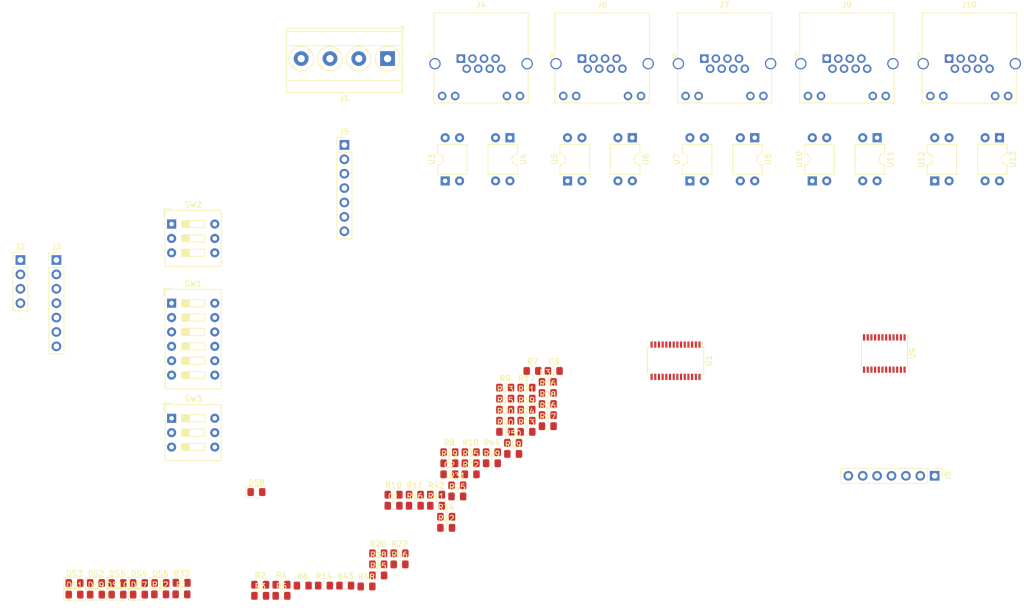
<source format=kicad_pcb>
(kicad_pcb (version 20171130) (host pcbnew "(5.0.0)")
  (layers (0 F.Cu signal) (31 B.Cu signal) (34 B.Paste user) (35 F.Paste user) (36 B.SilkS user) (37 F.SilkS user) (38 B.Mask user) (39 F.Mask user) (44 Edge.Cuts user))
  (net 0 "")
  (net 1 +5V)
  (net 2 GND)
  (net 3 "Net-(DS1-Pad2)")
  (net 4 /DC_0)
  (net 5 /RC_0)
  (net 6 "Net-(DS2-Pad2)")
  (net 7 "Net-(DS3-Pad2)")
  (net 8 /DC_1)
  (net 9 /RC_1)
  (net 10 "Net-(DS4-Pad2)")
  (net 11 "Net-(DS5-Pad2)")
  (net 12 /DC_2)
  (net 13 /RC_2)
  (net 14 "Net-(DS6-Pad2)")
  (net 15 "Net-(DS7-Pad2)")
  (net 16 /DC_3)
  (net 17 /RC_3)
  (net 18 "Net-(DS8-Pad2)")
  (net 19 /DC_4)
  (net 20 "Net-(DS9-Pad2)")
  (net 21 "Net-(DS10-Pad2)")
  (net 22 /RC_4)
  (net 23 /SCL)
  (net 24 /SDA)
  (net 25 "Net-(J3-Pad2)")
  (net 26 "Net-(J3-Pad3)")
  (net 27 "Net-(J3-Pad4)")
  (net 28 "Net-(J3-Pad5)")
  (net 29 "Net-(J3-Pad6)")
  (net 30 "Net-(J3-Pad7)")
  (net 31 "Net-(J4-Pad12)")
  (net 32 "Net-(J4-Pad10)")
  (net 33 /DC-GND_0)
  (net 34 /SCL0)
  (net 35 /RC-_0)
  (net 36 /SDA0)
  (net 37 /DC-OK_0)
  (net 38 /RC+_0)
  (net 39 "Net-(J5-Pad7)")
  (net 40 "Net-(J5-Pad6)")
  (net 41 "Net-(J5-Pad5)")
  (net 42 "Net-(J5-Pad4)")
  (net 43 "Net-(J5-Pad3)")
  (net 44 "Net-(J5-Pad2)")
  (net 45 /RC+_1)
  (net 46 /DC-OK_1)
  (net 47 /SDA1)
  (net 48 /RC-_1)
  (net 49 /SCL1)
  (net 50 /DC-GND_1)
  (net 51 "Net-(J6-Pad10)")
  (net 52 "Net-(J6-Pad12)")
  (net 53 "Net-(J7-Pad12)")
  (net 54 "Net-(J7-Pad10)")
  (net 55 /DC-GND_2)
  (net 56 /SCL2)
  (net 57 /RC-_2)
  (net 58 /SDA2)
  (net 59 /DC-OK_2)
  (net 60 /RC+_2)
  (net 61 "Net-(J8-Pad2)")
  (net 62 "Net-(J8-Pad3)")
  (net 63 "Net-(J8-Pad4)")
  (net 64 "Net-(J8-Pad5)")
  (net 65 "Net-(J8-Pad6)")
  (net 66 "Net-(J8-Pad7)")
  (net 67 /RC+_3)
  (net 68 /DC-OK_3)
  (net 69 /SDA3)
  (net 70 /RC-_3)
  (net 71 /SCL3)
  (net 72 /DC-GND_3)
  (net 73 "Net-(J9-Pad10)")
  (net 74 "Net-(J9-Pad12)")
  (net 75 /RC+_4)
  (net 76 /DC-OK_4)
  (net 77 /SDA4)
  (net 78 /RC-_4)
  (net 79 /SCL4)
  (net 80 /DC-GND_4)
  (net 81 "Net-(J10-Pad10)")
  (net 82 "Net-(J10-Pad12)")
  (net 83 "Net-(R3-Pad1)")
  (net 84 "Net-(R4-Pad1)")
  (net 85 "Net-(R5-Pad1)")
  (net 86 "Net-(R6-Pad1)")
  (net 87 "Net-(R7-Pad1)")
  (net 88 "Net-(R8-Pad1)")
  (net 89 "Net-(R9-Pad1)")
  (net 90 "Net-(R10-Pad1)")
  (net 91 "Net-(R11-Pad1)")
  (net 92 "Net-(R12-Pad1)")
  (net 93 /DATA_0)
  (net 94 "Net-(R14-Pad2)")
  (net 95 /LINK_0)
  (net 96 "Net-(R17-Pad1)")
  (net 97 /DATA_1)
  (net 98 "Net-(R19-Pad2)")
  (net 99 /LINK_1)
  (net 100 "Net-(R22-Pad1)")
  (net 101 /DATA_2)
  (net 102 "Net-(R24-Pad2)")
  (net 103 "Net-(R25-Pad1)")
  (net 104 /LINK_2)
  (net 105 "Net-(R28-Pad1)")
  (net 106 /DATA_3)
  (net 107 "Net-(R30-Pad2)")
  (net 108 "Net-(R31-Pad2)")
  (net 109 "Net-(R32-Pad2)")
  (net 110 "Net-(R33-Pad2)")
  (net 111 /LINK_3)
  (net 112 "Net-(R38-Pad1)")
  (net 113 /DATA_4)
  (net 114 "Net-(R41-Pad2)")
  (net 115 /LINK_4)
  (module Connector_RJ:RJ45_Amphenol_RJHSE538X (layer F.Cu) (at 124.69 38.1)
    (fp_text reference J4 (at 3.56 -9.5) (layer F.SilkS))
    (fp_text value "RJ45 PWR 0")
    (pad 12 thru_hole circle (at 10.42 6.6) (size 1.5 1.5) (drill 0.89) (layers *.Cu *.Mask) (net 31 "Net-(J4-Pad12)"))
    (pad 11 thru_hole circle (at 8.13 6.6) (size 1.5 1.5) (drill 0.89) (layers *.Cu *.Mask) (net 2 GND))
    (pad 10 thru_hole circle (at -1.01 6.6) (size 1.5 1.5) (drill 0.89) (layers *.Cu *.Mask) (net 32 "Net-(J4-Pad10)"))
    (pad 9 thru_hole circle (at -3.3 6.6) (size 1.5 1.5) (drill 0.89) (layers *.Cu *.Mask) (net 2 GND))
    (pad SH thru_hole circle (at -4.57 0.89) (size 2 2) (drill 1.57) (layers *.Cu *.Mask) (net 2 GND))
    (pad SH thru_hole circle (at 11.69 0.89) (size 2 2) (drill 1.57) (layers *.Cu *.Mask) (net 2 GND))
    (pad "" np_thru_hole circle (at 9.91 -2.54) (size 3.25 3.25) (drill 3.25) (layers *.Cu *.Mask))
    (pad "" np_thru_hole circle (at -2.79 -2.54) (size 3.25 3.25) (drill 3.25) (layers *.Cu *.Mask))
    (pad 8 thru_hole circle (at 7.14 1.78) (size 1.5 1.5) (drill 0.89) (layers *.Cu *.Mask) (net 1 +5V))
    (pad 6 thru_hole circle (at 5.1 1.78) (size 1.5 1.5) (drill 0.89) (layers *.Cu *.Mask) (net 33 /DC-GND_0))
    (pad 4 thru_hole circle (at 3.06 1.78) (size 1.5 1.5) (drill 0.89) (layers *.Cu *.Mask) (net 34 /SCL0))
    (pad 2 thru_hole circle (at 1.02 1.78) (size 1.5 1.5) (drill 0.89) (layers *.Cu *.Mask) (net 35 /RC-_0))
    (pad 7 thru_hole circle (at 6.12 0) (size 1.5 1.5) (drill 0.89) (layers *.Cu *.Mask) (net 36 /SDA0))
    (pad 5 thru_hole circle (at 4.08 0) (size 1.5 1.5) (drill 0.89) (layers *.Cu *.Mask) (net 2 GND))
    (pad 3 thru_hole circle (at 2.04 0) (size 1.5 1.5) (drill 0.89) (layers *.Cu *.Mask) (net 37 /DC-OK_0))
    (pad 1 thru_hole rect (at 0 0) (size 1.5 1.5) (drill 0.89) (layers *.Cu *.Mask) (net 38 /RC+_0))
  )
  (module Capacitor_SMD:C_0805_2012Metric_Pad1.15x1.40mm_HandSolder (layer F.Cu) (at 112.815001 117.045001)
    (fp_text reference C1 (at 0 -1.65) (layer F.SilkS))
    (fp_text value C_PCA)
    (pad 1 smd roundrect (at -1.025 0) (size 1.15 1.4) (layers F.Cu F.Paste F.Mask) (roundrect_rratio 0.217391) (net 1 +5V))
    (pad 2 smd roundrect (at 1.025 0) (size 1.15 1.4) (layers F.Cu F.Paste F.Mask) (roundrect_rratio 0.217391) (net 2 GND))
  )
  (module Capacitor_SMD:C_0805_2012Metric_Pad1.15x1.40mm_HandSolder (layer F.Cu) (at 122.665001 111.495001)
    (fp_text reference C2 (at 0 -1.65) (layer F.SilkS))
    (fp_text value C_PCF)
    (pad 2 smd roundrect (at 1.025 0) (size 1.15 1.4) (layers F.Cu F.Paste F.Mask) (roundrect_rratio 0.217391) (net 1 +5V))
    (pad 1 smd roundrect (at -1.025 0) (size 1.15 1.4) (layers F.Cu F.Paste F.Mask) (roundrect_rratio 0.217391) (net 2 GND))
  )
  (module Capacitor_SMD:C_0805_2012Metric_Pad1.15x1.40mm_HandSolder (layer F.Cu) (at 141.075001 93.245001)
    (fp_text reference C3 (at 0 -1.65) (layer F.SilkS))
    (fp_text value C_TCA)
    (pad 1 smd roundrect (at -1.025 0) (size 1.15 1.4) (layers F.Cu F.Paste F.Mask) (roundrect_rratio 0.217391) (net 2 GND))
    (pad 2 smd roundrect (at 1.025 0) (size 1.15 1.4) (layers F.Cu F.Paste F.Mask) (roundrect_rratio 0.217391) (net 1 +5V))
  )
  (module LED_SMD:LED_0805_2012Metric_Pad1.15x1.40mm_HandSolder (layer F.Cu) (at 56.530001 132.730001)
    (fp_text reference DS1 (at 0 -1.65) (layer F.SilkS))
    (fp_text value DC0)
    (pad 2 smd roundrect (at 1.025 0) (size 1.15 1.4) (layers F.Cu F.Paste F.Mask) (roundrect_rratio 0.217391) (net 3 "Net-(DS1-Pad2)"))
    (pad 1 smd roundrect (at -1.025 0) (size 1.15 1.4) (layers F.Cu F.Paste F.Mask) (roundrect_rratio 0.217391) (net 4 /DC_0))
  )
  (module LED_SMD:LED_0805_2012Metric_Pad1.15x1.40mm_HandSolder (layer F.Cu) (at 60.320001 130.690001)
    (fp_text reference DS2 (at 0 -1.65) (layer F.SilkS))
    (fp_text value RC0)
    (pad 1 smd roundrect (at -1.025 0) (size 1.15 1.4) (layers F.Cu F.Paste F.Mask) (roundrect_rratio 0.217391) (net 5 /RC_0))
    (pad 2 smd roundrect (at 1.025 0) (size 1.15 1.4) (layers F.Cu F.Paste F.Mask) (roundrect_rratio 0.217391) (net 6 "Net-(DS2-Pad2)"))
  )
  (module LED_SMD:LED_0805_2012Metric_Pad1.15x1.40mm_HandSolder (layer F.Cu) (at 56.530001 130.690001)
    (fp_text reference DS3 (at 0 -1.65) (layer F.SilkS))
    (fp_text value DC1)
    (pad 2 smd roundrect (at 1.025 0) (size 1.15 1.4) (layers F.Cu F.Paste F.Mask) (roundrect_rratio 0.217391) (net 7 "Net-(DS3-Pad2)"))
    (pad 1 smd roundrect (at -1.025 0) (size 1.15 1.4) (layers F.Cu F.Paste F.Mask) (roundrect_rratio 0.217391) (net 8 /DC_1))
  )
  (module LED_SMD:LED_0805_2012Metric_Pad1.15x1.40mm_HandSolder (layer F.Cu) (at 67.900001 130.690001)
    (fp_text reference DS4 (at 0 -1.65) (layer F.SilkS))
    (fp_text value RC1)
    (pad 1 smd roundrect (at -1.025 0) (size 1.15 1.4) (layers F.Cu F.Paste F.Mask) (roundrect_rratio 0.217391) (net 9 /RC_1))
    (pad 2 smd roundrect (at 1.025 0) (size 1.15 1.4) (layers F.Cu F.Paste F.Mask) (roundrect_rratio 0.217391) (net 10 "Net-(DS4-Pad2)"))
  )
  (module LED_SMD:LED_0805_2012Metric_Pad1.15x1.40mm_HandSolder (layer F.Cu) (at 64.110001 130.690001)
    (fp_text reference DS5 (at 0 -1.65) (layer F.SilkS))
    (fp_text value DC2)
    (pad 2 smd roundrect (at 1.025 0) (size 1.15 1.4) (layers F.Cu F.Paste F.Mask) (roundrect_rratio 0.217391) (net 11 "Net-(DS5-Pad2)"))
    (pad 1 smd roundrect (at -1.025 0) (size 1.15 1.4) (layers F.Cu F.Paste F.Mask) (roundrect_rratio 0.217391) (net 12 /DC_2))
  )
  (module LED_SMD:LED_0805_2012Metric_Pad1.15x1.40mm_HandSolder (layer F.Cu) (at 71.690001 130.690001)
    (fp_text reference DS6 (at 0 -1.65) (layer F.SilkS))
    (fp_text value RC2)
    (pad 1 smd roundrect (at -1.025 0) (size 1.15 1.4) (layers F.Cu F.Paste F.Mask) (roundrect_rratio 0.217391) (net 13 /RC_2))
    (pad 2 smd roundrect (at 1.025 0) (size 1.15 1.4) (layers F.Cu F.Paste F.Mask) (roundrect_rratio 0.217391) (net 14 "Net-(DS6-Pad2)"))
  )
  (module LED_SMD:LED_0805_2012Metric_Pad1.15x1.40mm_HandSolder (layer F.Cu) (at 67.900001 132.730001)
    (fp_text reference DS7 (at 0 -1.65) (layer F.SilkS))
    (fp_text value DC3)
    (pad 2 smd roundrect (at 1.025 0) (size 1.15 1.4) (layers F.Cu F.Paste F.Mask) (roundrect_rratio 0.217391) (net 15 "Net-(DS7-Pad2)"))
    (pad 1 smd roundrect (at -1.025 0) (size 1.15 1.4) (layers F.Cu F.Paste F.Mask) (roundrect_rratio 0.217391) (net 16 /DC_3))
  )
  (module LED_SMD:LED_0805_2012Metric_Pad1.15x1.40mm_HandSolder (layer F.Cu) (at 88.630001 114.630001)
    (fp_text reference DS8 (at 0 -1.65) (layer F.SilkS))
    (fp_text value RC3)
    (pad 1 smd roundrect (at -1.025 0) (size 1.15 1.4) (layers F.Cu F.Paste F.Mask) (roundrect_rratio 0.217391) (net 17 /RC_3))
    (pad 2 smd roundrect (at 1.025 0) (size 1.15 1.4) (layers F.Cu F.Paste F.Mask) (roundrect_rratio 0.217391) (net 18 "Net-(DS8-Pad2)"))
  )
  (module LED_SMD:LED_0805_2012Metric_Pad1.15x1.40mm_HandSolder (layer F.Cu) (at 60.320001 132.730001)
    (fp_text reference DS9 (at 0 -1.65) (layer F.SilkS))
    (fp_text value DC4)
    (pad 1 smd roundrect (at -1.025 0) (size 1.15 1.4) (layers F.Cu F.Paste F.Mask) (roundrect_rratio 0.217391) (net 19 /DC_4))
    (pad 2 smd roundrect (at 1.025 0) (size 1.15 1.4) (layers F.Cu F.Paste F.Mask) (roundrect_rratio 0.217391) (net 20 "Net-(DS9-Pad2)"))
  )
  (module LED_SMD:LED_0805_2012Metric_Pad1.15x1.40mm_HandSolder (layer F.Cu) (at 64.110001 132.730001)
    (fp_text reference DS10 (at 0 -1.65) (layer F.SilkS))
    (fp_text value RC4)
    (pad 2 smd roundrect (at 1.025 0) (size 1.15 1.4) (layers F.Cu F.Paste F.Mask) (roundrect_rratio 0.217391) (net 21 "Net-(DS10-Pad2)"))
    (pad 1 smd roundrect (at -1.025 0) (size 1.15 1.4) (layers F.Cu F.Paste F.Mask) (roundrect_rratio 0.217391) (net 22 /RC_4))
  )
  (module TerminalBlock_Phoenix:TerminalBlock_Phoenix_MKDS-3-4-5.08_1x04_P5.08mm_Horizontal (layer F.Cu) (at 111.76 38.1 180)
    (fp_text reference J1 (at 7.62 -6.96 180) (layer F.SilkS))
    (fp_text value Input)
    (pad 1 thru_hole rect (at 0 0 180) (size 2.6 2.6) (drill 1.3) (layers *.Cu *.Mask) (net 2 GND))
    (pad 2 thru_hole circle (at 5.08 0 180) (size 2.6 2.6) (drill 1.3) (layers *.Cu *.Mask) (net 1 +5V))
    (pad 3 thru_hole circle (at 10.16 0 180) (size 2.6 2.6) (drill 1.3) (layers *.Cu *.Mask) (net 23 /SCL))
    (pad 4 thru_hole circle (at 15.24 0 180) (size 2.6 2.6) (drill 1.3) (layers *.Cu *.Mask) (net 24 /SDA))
  )
  (module Connector_PinHeader_2.54mm:PinHeader_1x04_P2.54mm_Vertical (layer F.Cu) (at 46.99 73.66)
    (fp_text reference J2 (at 0 -2.33) (layer F.SilkS))
    (fp_text value "OLED I2C")
    (pad 1 thru_hole rect (at 0 0) (size 1.7 1.7) (drill 1) (layers *.Cu *.Mask) (net 2 GND))
    (pad 2 thru_hole oval (at 0 2.54) (size 1.7 1.7) (drill 1) (layers *.Cu *.Mask) (net 1 +5V))
    (pad 3 thru_hole oval (at 0 5.08) (size 1.7 1.7) (drill 1) (layers *.Cu *.Mask) (net 23 /SCL))
    (pad 4 thru_hole oval (at 0 7.62) (size 1.7 1.7) (drill 1) (layers *.Cu *.Mask) (net 24 /SDA))
  )
  (module Connector_PinHeader_2.54mm:PinHeader_1x07_P2.54mm_Vertical (layer F.Cu) (at 53.34 73.66)
    (fp_text reference J3 (at 0 -2.33) (layer F.SilkS))
    (fp_text value CON_PCA)
    (pad 1 thru_hole rect (at 0 0) (size 1.7 1.7) (drill 1) (layers *.Cu *.Mask) (net 2 GND))
    (pad 2 thru_hole oval (at 0 2.54) (size 1.7 1.7) (drill 1) (layers *.Cu *.Mask) (net 25 "Net-(J3-Pad2)"))
    (pad 3 thru_hole oval (at 0 5.08) (size 1.7 1.7) (drill 1) (layers *.Cu *.Mask) (net 26 "Net-(J3-Pad3)"))
    (pad 4 thru_hole oval (at 0 7.62) (size 1.7 1.7) (drill 1) (layers *.Cu *.Mask) (net 27 "Net-(J3-Pad4)"))
    (pad 5 thru_hole oval (at 0 10.16) (size 1.7 1.7) (drill 1) (layers *.Cu *.Mask) (net 28 "Net-(J3-Pad5)"))
    (pad 6 thru_hole oval (at 0 12.7) (size 1.7 1.7) (drill 1) (layers *.Cu *.Mask) (net 29 "Net-(J3-Pad6)"))
    (pad 7 thru_hole oval (at 0 15.24) (size 1.7 1.7) (drill 1) (layers *.Cu *.Mask) (net 30 "Net-(J3-Pad7)"))
  )
  (module Connector_PinHeader_2.54mm:PinHeader_1x07_P2.54mm_Vertical (layer F.Cu) (at 104.14 53.34)
    (fp_text reference J5 (at 0 -2.33) (layer F.SilkS))
    (fp_text value CON_PCF)
    (pad 7 thru_hole oval (at 0 15.24) (size 1.7 1.7) (drill 1) (layers *.Cu *.Mask) (net 39 "Net-(J5-Pad7)"))
    (pad 6 thru_hole oval (at 0 12.7) (size 1.7 1.7) (drill 1) (layers *.Cu *.Mask) (net 40 "Net-(J5-Pad6)"))
    (pad 5 thru_hole oval (at 0 10.16) (size 1.7 1.7) (drill 1) (layers *.Cu *.Mask) (net 41 "Net-(J5-Pad5)"))
    (pad 4 thru_hole oval (at 0 7.62) (size 1.7 1.7) (drill 1) (layers *.Cu *.Mask) (net 42 "Net-(J5-Pad4)"))
    (pad 3 thru_hole oval (at 0 5.08) (size 1.7 1.7) (drill 1) (layers *.Cu *.Mask) (net 43 "Net-(J5-Pad3)"))
    (pad 2 thru_hole oval (at 0 2.54) (size 1.7 1.7) (drill 1) (layers *.Cu *.Mask) (net 44 "Net-(J5-Pad2)"))
    (pad 1 thru_hole rect (at 0 0) (size 1.7 1.7) (drill 1) (layers *.Cu *.Mask) (net 1 +5V))
  )
  (module Connector_RJ:RJ45_Amphenol_RJHSE538X (layer F.Cu) (at 146.05 38.1)
    (fp_text reference J6 (at 3.56 -9.5) (layer F.SilkS))
    (fp_text value "RJ45 PWR 1")
    (pad 1 thru_hole rect (at 0 0) (size 1.5 1.5) (drill 0.89) (layers *.Cu *.Mask) (net 45 /RC+_1))
    (pad 3 thru_hole circle (at 2.04 0) (size 1.5 1.5) (drill 0.89) (layers *.Cu *.Mask) (net 46 /DC-OK_1))
    (pad 5 thru_hole circle (at 4.08 0) (size 1.5 1.5) (drill 0.89) (layers *.Cu *.Mask) (net 2 GND))
    (pad 7 thru_hole circle (at 6.12 0) (size 1.5 1.5) (drill 0.89) (layers *.Cu *.Mask) (net 47 /SDA1))
    (pad 2 thru_hole circle (at 1.02 1.78) (size 1.5 1.5) (drill 0.89) (layers *.Cu *.Mask) (net 48 /RC-_1))
    (pad 4 thru_hole circle (at 3.06 1.78) (size 1.5 1.5) (drill 0.89) (layers *.Cu *.Mask) (net 49 /SCL1))
    (pad 6 thru_hole circle (at 5.1 1.78) (size 1.5 1.5) (drill 0.89) (layers *.Cu *.Mask) (net 50 /DC-GND_1))
    (pad 8 thru_hole circle (at 7.14 1.78) (size 1.5 1.5) (drill 0.89) (layers *.Cu *.Mask) (net 1 +5V))
    (pad "" np_thru_hole circle (at -2.79 -2.54) (size 3.25 3.25) (drill 3.25) (layers *.Cu *.Mask))
    (pad "" np_thru_hole circle (at 9.91 -2.54) (size 3.25 3.25) (drill 3.25) (layers *.Cu *.Mask))
    (pad SH thru_hole circle (at 11.69 0.89) (size 2 2) (drill 1.57) (layers *.Cu *.Mask) (net 2 GND))
    (pad SH thru_hole circle (at -4.57 0.89) (size 2 2) (drill 1.57) (layers *.Cu *.Mask) (net 2 GND))
    (pad 9 thru_hole circle (at -3.3 6.6) (size 1.5 1.5) (drill 0.89) (layers *.Cu *.Mask) (net 2 GND))
    (pad 10 thru_hole circle (at -1.01 6.6) (size 1.5 1.5) (drill 0.89) (layers *.Cu *.Mask) (net 51 "Net-(J6-Pad10)"))
    (pad 11 thru_hole circle (at 8.13 6.6) (size 1.5 1.5) (drill 0.89) (layers *.Cu *.Mask) (net 2 GND))
    (pad 12 thru_hole circle (at 10.42 6.6) (size 1.5 1.5) (drill 0.89) (layers *.Cu *.Mask) (net 52 "Net-(J6-Pad12)"))
  )
  (module Connector_RJ:RJ45_Amphenol_RJHSE538X (layer F.Cu) (at 167.64 38.1)
    (fp_text reference J7 (at 3.56 -9.5) (layer F.SilkS))
    (fp_text value "RJ45 PWR 2")
    (pad 12 thru_hole circle (at 10.42 6.6) (size 1.5 1.5) (drill 0.89) (layers *.Cu *.Mask) (net 53 "Net-(J7-Pad12)"))
    (pad 11 thru_hole circle (at 8.13 6.6) (size 1.5 1.5) (drill 0.89) (layers *.Cu *.Mask) (net 2 GND))
    (pad 10 thru_hole circle (at -1.01 6.6) (size 1.5 1.5) (drill 0.89) (layers *.Cu *.Mask) (net 54 "Net-(J7-Pad10)"))
    (pad 9 thru_hole circle (at -3.3 6.6) (size 1.5 1.5) (drill 0.89) (layers *.Cu *.Mask) (net 2 GND))
    (pad SH thru_hole circle (at -4.57 0.89) (size 2 2) (drill 1.57) (layers *.Cu *.Mask) (net 2 GND))
    (pad SH thru_hole circle (at 11.69 0.89) (size 2 2) (drill 1.57) (layers *.Cu *.Mask) (net 2 GND))
    (pad "" np_thru_hole circle (at 9.91 -2.54) (size 3.25 3.25) (drill 3.25) (layers *.Cu *.Mask))
    (pad "" np_thru_hole circle (at -2.79 -2.54) (size 3.25 3.25) (drill 3.25) (layers *.Cu *.Mask))
    (pad 8 thru_hole circle (at 7.14 1.78) (size 1.5 1.5) (drill 0.89) (layers *.Cu *.Mask) (net 1 +5V))
    (pad 6 thru_hole circle (at 5.1 1.78) (size 1.5 1.5) (drill 0.89) (layers *.Cu *.Mask) (net 55 /DC-GND_2))
    (pad 4 thru_hole circle (at 3.06 1.78) (size 1.5 1.5) (drill 0.89) (layers *.Cu *.Mask) (net 56 /SCL2))
    (pad 2 thru_hole circle (at 1.02 1.78) (size 1.5 1.5) (drill 0.89) (layers *.Cu *.Mask) (net 57 /RC-_2))
    (pad 7 thru_hole circle (at 6.12 0) (size 1.5 1.5) (drill 0.89) (layers *.Cu *.Mask) (net 58 /SDA2))
    (pad 5 thru_hole circle (at 4.08 0) (size 1.5 1.5) (drill 0.89) (layers *.Cu *.Mask) (net 2 GND))
    (pad 3 thru_hole circle (at 2.04 0) (size 1.5 1.5) (drill 0.89) (layers *.Cu *.Mask) (net 59 /DC-OK_2))
    (pad 1 thru_hole rect (at 0 0) (size 1.5 1.5) (drill 0.89) (layers *.Cu *.Mask) (net 60 /RC+_2))
  )
  (module Connector_PinHeader_2.54mm:PinHeader_1x07_P2.54mm_Vertical (layer F.Cu) (at 208.28 111.76 270)
    (fp_text reference J8 (at 0 -2.33 270) (layer F.SilkS))
    (fp_text value CON_TCA)
    (pad 1 thru_hole rect (at 0 0 270) (size 1.7 1.7) (drill 1) (layers *.Cu *.Mask) (net 1 +5V))
    (pad 2 thru_hole oval (at 0 2.54 270) (size 1.7 1.7) (drill 1) (layers *.Cu *.Mask) (net 61 "Net-(J8-Pad2)"))
    (pad 3 thru_hole oval (at 0 5.08 270) (size 1.7 1.7) (drill 1) (layers *.Cu *.Mask) (net 62 "Net-(J8-Pad3)"))
    (pad 4 thru_hole oval (at 0 7.62 270) (size 1.7 1.7) (drill 1) (layers *.Cu *.Mask) (net 63 "Net-(J8-Pad4)"))
    (pad 5 thru_hole oval (at 0 10.16 270) (size 1.7 1.7) (drill 1) (layers *.Cu *.Mask) (net 64 "Net-(J8-Pad5)"))
    (pad 6 thru_hole oval (at 0 12.7 270) (size 1.7 1.7) (drill 1) (layers *.Cu *.Mask) (net 65 "Net-(J8-Pad6)"))
    (pad 7 thru_hole oval (at 0 15.24 270) (size 1.7 1.7) (drill 1) (layers *.Cu *.Mask) (net 66 "Net-(J8-Pad7)"))
  )
  (module Connector_RJ:RJ45_Amphenol_RJHSE538X (layer F.Cu) (at 189.23 38.1)
    (fp_text reference J9 (at 3.56 -9.5) (layer F.SilkS))
    (fp_text value "RJ45 PWR 3")
    (pad 1 thru_hole rect (at 0 0) (size 1.5 1.5) (drill 0.89) (layers *.Cu *.Mask) (net 67 /RC+_3))
    (pad 3 thru_hole circle (at 2.04 0) (size 1.5 1.5) (drill 0.89) (layers *.Cu *.Mask) (net 68 /DC-OK_3))
    (pad 5 thru_hole circle (at 4.08 0) (size 1.5 1.5) (drill 0.89) (layers *.Cu *.Mask) (net 2 GND))
    (pad 7 thru_hole circle (at 6.12 0) (size 1.5 1.5) (drill 0.89) (layers *.Cu *.Mask) (net 69 /SDA3))
    (pad 2 thru_hole circle (at 1.02 1.78) (size 1.5 1.5) (drill 0.89) (layers *.Cu *.Mask) (net 70 /RC-_3))
    (pad 4 thru_hole circle (at 3.06 1.78) (size 1.5 1.5) (drill 0.89) (layers *.Cu *.Mask) (net 71 /SCL3))
    (pad 6 thru_hole circle (at 5.1 1.78) (size 1.5 1.5) (drill 0.89) (layers *.Cu *.Mask) (net 72 /DC-GND_3))
    (pad 8 thru_hole circle (at 7.14 1.78) (size 1.5 1.5) (drill 0.89) (layers *.Cu *.Mask) (net 1 +5V))
    (pad "" np_thru_hole circle (at -2.79 -2.54) (size 3.25 3.25) (drill 3.25) (layers *.Cu *.Mask))
    (pad "" np_thru_hole circle (at 9.91 -2.54) (size 3.25 3.25) (drill 3.25) (layers *.Cu *.Mask))
    (pad SH thru_hole circle (at 11.69 0.89) (size 2 2) (drill 1.57) (layers *.Cu *.Mask) (net 2 GND))
    (pad SH thru_hole circle (at -4.57 0.89) (size 2 2) (drill 1.57) (layers *.Cu *.Mask) (net 2 GND))
    (pad 9 thru_hole circle (at -3.3 6.6) (size 1.5 1.5) (drill 0.89) (layers *.Cu *.Mask) (net 2 GND))
    (pad 10 thru_hole circle (at -1.01 6.6) (size 1.5 1.5) (drill 0.89) (layers *.Cu *.Mask) (net 73 "Net-(J9-Pad10)"))
    (pad 11 thru_hole circle (at 8.13 6.6) (size 1.5 1.5) (drill 0.89) (layers *.Cu *.Mask) (net 2 GND))
    (pad 12 thru_hole circle (at 10.42 6.6) (size 1.5 1.5) (drill 0.89) (layers *.Cu *.Mask) (net 74 "Net-(J9-Pad12)"))
  )
  (module Connector_RJ:RJ45_Amphenol_RJHSE538X (layer F.Cu) (at 210.82 38.1)
    (fp_text reference J10 (at 3.56 -9.5) (layer F.SilkS))
    (fp_text value "RJ45 PWR 4")
    (pad 1 thru_hole rect (at 0 0) (size 1.5 1.5) (drill 0.89) (layers *.Cu *.Mask) (net 75 /RC+_4))
    (pad 3 thru_hole circle (at 2.04 0) (size 1.5 1.5) (drill 0.89) (layers *.Cu *.Mask) (net 76 /DC-OK_4))
    (pad 5 thru_hole circle (at 4.08 0) (size 1.5 1.5) (drill 0.89) (layers *.Cu *.Mask) (net 2 GND))
    (pad 7 thru_hole circle (at 6.12 0) (size 1.5 1.5) (drill 0.89) (layers *.Cu *.Mask) (net 77 /SDA4))
    (pad 2 thru_hole circle (at 1.02 1.78) (size 1.5 1.5) (drill 0.89) (layers *.Cu *.Mask) (net 78 /RC-_4))
    (pad 4 thru_hole circle (at 3.06 1.78) (size 1.5 1.5) (drill 0.89) (layers *.Cu *.Mask) (net 79 /SCL4))
    (pad 6 thru_hole circle (at 5.1 1.78) (size 1.5 1.5) (drill 0.89) (layers *.Cu *.Mask) (net 80 /DC-GND_4))
    (pad 8 thru_hole circle (at 7.14 1.78) (size 1.5 1.5) (drill 0.89) (layers *.Cu *.Mask) (net 1 +5V))
    (pad "" np_thru_hole circle (at -2.79 -2.54) (size 3.25 3.25) (drill 3.25) (layers *.Cu *.Mask))
    (pad "" np_thru_hole circle (at 9.91 -2.54) (size 3.25 3.25) (drill 3.25) (layers *.Cu *.Mask))
    (pad SH thru_hole circle (at 11.69 0.89) (size 2 2) (drill 1.57) (layers *.Cu *.Mask) (net 2 GND))
    (pad SH thru_hole circle (at -4.57 0.89) (size 2 2) (drill 1.57) (layers *.Cu *.Mask) (net 2 GND))
    (pad 9 thru_hole circle (at -3.3 6.6) (size 1.5 1.5) (drill 0.89) (layers *.Cu *.Mask) (net 2 GND))
    (pad 10 thru_hole circle (at -1.01 6.6) (size 1.5 1.5) (drill 0.89) (layers *.Cu *.Mask) (net 81 "Net-(J10-Pad10)"))
    (pad 11 thru_hole circle (at 8.13 6.6) (size 1.5 1.5) (drill 0.89) (layers *.Cu *.Mask) (net 2 GND))
    (pad 12 thru_hole circle (at 10.42 6.6) (size 1.5 1.5) (drill 0.89) (layers *.Cu *.Mask) (net 82 "Net-(J10-Pad12)"))
  )
  (module Resistor_SMD:R_0805_2012Metric_Pad1.15x1.40mm_HandSolder (layer F.Cu) (at 75.395001 132.685001)
    (fp_text reference R1 (at 0 -1.65) (layer F.SilkS))
    (fp_text value 10K)
    (pad 1 smd roundrect (at -1.025 0) (size 1.15 1.4) (layers F.Cu F.Paste F.Mask) (roundrect_rratio 0.217391) (net 1 +5V))
    (pad 2 smd roundrect (at 1.025 0) (size 1.15 1.4) (layers F.Cu F.Paste F.Mask) (roundrect_rratio 0.217391) (net 23 /SCL))
  )
  (module Resistor_SMD:R_0805_2012Metric_Pad1.15x1.40mm_HandSolder (layer F.Cu) (at 89.295001 130.995001)
    (fp_text reference R2 (at 0 -1.65) (layer F.SilkS))
    (fp_text value 10K)
    (pad 2 smd roundrect (at 1.025 0) (size 1.15 1.4) (layers F.Cu F.Paste F.Mask) (roundrect_rratio 0.217391) (net 24 /SDA))
    (pad 1 smd roundrect (at -1.025 0) (size 1.15 1.4) (layers F.Cu F.Paste F.Mask) (roundrect_rratio 0.217391) (net 1 +5V))
  )
  (module Resistor_SMD:R_0805_2012Metric_Pad1.15x1.40mm_HandSolder (layer F.Cu) (at 89.295001 132.945001)
    (fp_text reference R3 (at 0 -1.65) (layer F.SilkS))
    (fp_text value 10K)
    (pad 1 smd roundrect (at -1.025 0) (size 1.15 1.4) (layers F.Cu F.Paste F.Mask) (roundrect_rratio 0.217391) (net 83 "Net-(R3-Pad1)"))
    (pad 2 smd roundrect (at 1.025 0) (size 1.15 1.4) (layers F.Cu F.Paste F.Mask) (roundrect_rratio 0.217391) (net 2 GND))
  )
  (module Resistor_SMD:R_0805_2012Metric_Pad1.15x1.40mm_HandSolder (layer F.Cu) (at 93.045001 130.995001)
    (fp_text reference R4 (at 0 -1.65) (layer F.SilkS))
    (fp_text value 10K)
    (pad 1 smd roundrect (at -1.025 0) (size 1.15 1.4) (layers F.Cu F.Paste F.Mask) (roundrect_rratio 0.217391) (net 84 "Net-(R4-Pad1)"))
    (pad 2 smd roundrect (at 1.025 0) (size 1.15 1.4) (layers F.Cu F.Paste F.Mask) (roundrect_rratio 0.217391) (net 2 GND))
  )
  (module Resistor_SMD:R_0805_2012Metric_Pad1.15x1.40mm_HandSolder (layer F.Cu) (at 93.045001 132.945001)
    (fp_text reference R5 (at 0 -1.65) (layer F.SilkS))
    (fp_text value 10K)
    (pad 1 smd roundrect (at -1.025 0) (size 1.15 1.4) (layers F.Cu F.Paste F.Mask) (roundrect_rratio 0.217391) (net 85 "Net-(R5-Pad1)"))
    (pad 2 smd roundrect (at 1.025 0) (size 1.15 1.4) (layers F.Cu F.Paste F.Mask) (roundrect_rratio 0.217391) (net 2 GND))
  )
  (module Resistor_SMD:R_0805_2012Metric_Pad1.15x1.40mm_HandSolder (layer F.Cu) (at 96.795001 131.145001)
    (fp_text reference R6 (at 0 -1.65) (layer F.SilkS))
    (fp_text value 10K)
    (pad 1 smd roundrect (at -1.025 0) (size 1.15 1.4) (layers F.Cu F.Paste F.Mask) (roundrect_rratio 0.217391) (net 86 "Net-(R6-Pad1)"))
    (pad 2 smd roundrect (at 1.025 0) (size 1.15 1.4) (layers F.Cu F.Paste F.Mask) (roundrect_rratio 0.217391) (net 2 GND))
  )
  (module Resistor_SMD:R_0805_2012Metric_Pad1.15x1.40mm_HandSolder (layer F.Cu) (at 137.325001 93.245001)
    (fp_text reference R7 (at 0 -1.65) (layer F.SilkS))
    (fp_text value 10K)
    (pad 1 smd roundrect (at -1.025 0) (size 1.15 1.4) (layers F.Cu F.Paste F.Mask) (roundrect_rratio 0.217391) (net 87 "Net-(R7-Pad1)"))
    (pad 2 smd roundrect (at 1.025 0) (size 1.15 1.4) (layers F.Cu F.Paste F.Mask) (roundrect_rratio 0.217391) (net 2 GND))
  )
  (module Resistor_SMD:R_0805_2012Metric_Pad1.15x1.40mm_HandSolder (layer F.Cu) (at 122.665001 107.595001)
    (fp_text reference R8 (at 0 -1.65) (layer F.SilkS))
    (fp_text value 10K)
    (pad 1 smd roundrect (at -1.025 0) (size 1.15 1.4) (layers F.Cu F.Paste F.Mask) (roundrect_rratio 0.217391) (net 88 "Net-(R8-Pad1)"))
    (pad 2 smd roundrect (at 1.025 0) (size 1.15 1.4) (layers F.Cu F.Paste F.Mask) (roundrect_rratio 0.217391) (net 2 GND))
  )
  (module Resistor_SMD:R_0805_2012Metric_Pad1.15x1.40mm_HandSolder (layer F.Cu) (at 132.515001 96.195001)
    (fp_text reference R9 (at 0 -1.65) (layer F.SilkS))
    (fp_text value 10K)
    (pad 1 smd roundrect (at -1.025 0) (size 1.15 1.4) (layers F.Cu F.Paste F.Mask) (roundrect_rratio 0.217391) (net 89 "Net-(R9-Pad1)"))
    (pad 2 smd roundrect (at 1.025 0) (size 1.15 1.4) (layers F.Cu F.Paste F.Mask) (roundrect_rratio 0.217391) (net 2 GND))
  )
  (module Resistor_SMD:R_0805_2012Metric_Pad1.15x1.40mm_HandSolder (layer F.Cu) (at 112.815001 115.095001)
    (fp_text reference R10 (at 0 -1.65) (layer F.SilkS))
    (fp_text value 10K)
    (pad 1 smd roundrect (at -1.025 0) (size 1.15 1.4) (layers F.Cu F.Paste F.Mask) (roundrect_rratio 0.217391) (net 90 "Net-(R10-Pad1)"))
    (pad 2 smd roundrect (at 1.025 0) (size 1.15 1.4) (layers F.Cu F.Paste F.Mask) (roundrect_rratio 0.217391) (net 2 GND))
  )
  (module Resistor_SMD:R_0805_2012Metric_Pad1.15x1.40mm_HandSolder (layer F.Cu) (at 116.565001 115.095001)
    (fp_text reference R11 (at 0 -1.65) (layer F.SilkS))
    (fp_text value 10K)
    (pad 1 smd roundrect (at -1.025 0) (size 1.15 1.4) (layers F.Cu F.Paste F.Mask) (roundrect_rratio 0.217391) (net 91 "Net-(R11-Pad1)"))
    (pad 2 smd roundrect (at 1.025 0) (size 1.15 1.4) (layers F.Cu F.Paste F.Mask) (roundrect_rratio 0.217391) (net 2 GND))
  )
  (module Resistor_SMD:R_0805_2012Metric_Pad1.15x1.40mm_HandSolder (layer F.Cu) (at 71.645001 132.685001)
    (fp_text reference R12 (at 0 -1.65) (layer F.SilkS))
    (fp_text value 220)
    (pad 2 smd roundrect (at 1.025 0) (size 1.15 1.4) (layers F.Cu F.Paste F.Mask) (roundrect_rratio 0.217391) (net 1 +5V))
    (pad 1 smd roundrect (at -1.025 0) (size 1.15 1.4) (layers F.Cu F.Paste F.Mask) (roundrect_rratio 0.217391) (net 92 "Net-(R12-Pad1)"))
  )
  (module Resistor_SMD:R_0805_2012Metric_Pad1.15x1.40mm_HandSolder (layer F.Cu) (at 132.515001 98.145001)
    (fp_text reference R13 (at 0 -1.65) (layer F.SilkS))
    (fp_text value 220)
    (pad 2 smd roundrect (at 1.025 0) (size 1.15 1.4) (layers F.Cu F.Paste F.Mask) (roundrect_rratio 0.217391) (net 31 "Net-(J4-Pad12)"))
    (pad 1 smd roundrect (at -1.025 0) (size 1.15 1.4) (layers F.Cu F.Paste F.Mask) (roundrect_rratio 0.217391) (net 93 /DATA_0))
  )
  (module Resistor_SMD:R_0805_2012Metric_Pad1.15x1.40mm_HandSolder (layer F.Cu) (at 100.545001 131.145001)
    (fp_text reference R14 (at 0 -1.65) (layer F.SilkS))
    (fp_text value 220)
    (pad 2 smd roundrect (at 1.025 0) (size 1.15 1.4) (layers F.Cu F.Paste F.Mask) (roundrect_rratio 0.217391) (net 94 "Net-(R14-Pad2)"))
    (pad 1 smd roundrect (at -1.025 0) (size 1.15 1.4) (layers F.Cu F.Paste F.Mask) (roundrect_rratio 0.217391) (net 37 /DC-OK_0))
  )
  (module Resistor_SMD:R_0805_2012Metric_Pad1.15x1.40mm_HandSolder (layer F.Cu) (at 132.515001 100.095001)
    (fp_text reference R15 (at 0 -1.65) (layer F.SilkS))
    (fp_text value 220)
    (pad 2 smd roundrect (at 1.025 0) (size 1.15 1.4) (layers F.Cu F.Paste F.Mask) (roundrect_rratio 0.217391) (net 2 GND))
    (pad 1 smd roundrect (at -1.025 0) (size 1.15 1.4) (layers F.Cu F.Paste F.Mask) (roundrect_rratio 0.217391) (net 4 /DC_0))
  )
  (module Resistor_SMD:R_0805_2012Metric_Pad1.15x1.40mm_HandSolder (layer F.Cu) (at 116.565001 117.045001)
    (fp_text reference R16 (at 0 -1.65) (layer F.SilkS))
    (fp_text value 220)
    (pad 1 smd roundrect (at -1.025 0) (size 1.15 1.4) (layers F.Cu F.Paste F.Mask) (roundrect_rratio 0.217391) (net 95 /LINK_0))
    (pad 2 smd roundrect (at 1.025 0) (size 1.15 1.4) (layers F.Cu F.Paste F.Mask) (roundrect_rratio 0.217391) (net 32 "Net-(J4-Pad10)"))
  )
  (module Resistor_SMD:R_0805_2012Metric_Pad1.15x1.40mm_HandSolder (layer F.Cu) (at 136.265001 96.195001)
    (fp_text reference R17 (at 0 -1.65) (layer F.SilkS))
    (fp_text value 220)
    (pad 1 smd roundrect (at -1.025 0) (size 1.15 1.4) (layers F.Cu F.Paste F.Mask) (roundrect_rratio 0.217391) (net 96 "Net-(R17-Pad1)"))
    (pad 2 smd roundrect (at 1.025 0) (size 1.15 1.4) (layers F.Cu F.Paste F.Mask) (roundrect_rratio 0.217391) (net 1 +5V))
  )
  (module Resistor_SMD:R_0805_2012Metric_Pad1.15x1.40mm_HandSolder (layer F.Cu) (at 126.415001 107.595001)
    (fp_text reference R18 (at 0 -1.65) (layer F.SilkS))
    (fp_text value 220)
    (pad 1 smd roundrect (at -1.025 0) (size 1.15 1.4) (layers F.Cu F.Paste F.Mask) (roundrect_rratio 0.217391) (net 97 /DATA_1))
    (pad 2 smd roundrect (at 1.025 0) (size 1.15 1.4) (layers F.Cu F.Paste F.Mask) (roundrect_rratio 0.217391) (net 52 "Net-(J6-Pad12)"))
  )
  (module Resistor_SMD:R_0805_2012Metric_Pad1.15x1.40mm_HandSolder (layer F.Cu) (at 122.665001 109.545001)
    (fp_text reference R19 (at 0 -1.65) (layer F.SilkS))
    (fp_text value 220)
    (pad 2 smd roundrect (at 1.025 0) (size 1.15 1.4) (layers F.Cu F.Paste F.Mask) (roundrect_rratio 0.217391) (net 98 "Net-(R19-Pad2)"))
    (pad 1 smd roundrect (at -1.025 0) (size 1.15 1.4) (layers F.Cu F.Paste F.Mask) (roundrect_rratio 0.217391) (net 46 /DC-OK_1))
  )
  (module Resistor_SMD:R_0805_2012Metric_Pad1.15x1.40mm_HandSolder (layer F.Cu) (at 110.115001 125.445001)
    (fp_text reference R20 (at 0 -1.65) (layer F.SilkS))
    (fp_text value 220)
    (pad 2 smd roundrect (at 1.025 0) (size 1.15 1.4) (layers F.Cu F.Paste F.Mask) (roundrect_rratio 0.217391) (net 2 GND))
    (pad 1 smd roundrect (at -1.025 0) (size 1.15 1.4) (layers F.Cu F.Paste F.Mask) (roundrect_rratio 0.217391) (net 8 /DC_1))
  )
  (module Resistor_SMD:R_0805_2012Metric_Pad1.15x1.40mm_HandSolder (layer F.Cu) (at 136.265001 98.145001)
    (fp_text reference R21 (at 0 -1.65) (layer F.SilkS))
    (fp_text value 220)
    (pad 2 smd roundrect (at 1.025 0) (size 1.15 1.4) (layers F.Cu F.Paste F.Mask) (roundrect_rratio 0.217391) (net 51 "Net-(J6-Pad10)"))
    (pad 1 smd roundrect (at -1.025 0) (size 1.15 1.4) (layers F.Cu F.Paste F.Mask) (roundrect_rratio 0.217391) (net 99 /LINK_1))
  )
  (module Resistor_SMD:R_0805_2012Metric_Pad1.15x1.40mm_HandSolder (layer F.Cu) (at 122.105001 120.945001)
    (fp_text reference R22 (at 0 -1.65) (layer F.SilkS))
    (fp_text value 220)
    (pad 2 smd roundrect (at 1.025 0) (size 1.15 1.4) (layers F.Cu F.Paste F.Mask) (roundrect_rratio 0.217391) (net 1 +5V))
    (pad 1 smd roundrect (at -1.025 0) (size 1.15 1.4) (layers F.Cu F.Paste F.Mask) (roundrect_rratio 0.217391) (net 100 "Net-(R22-Pad1)"))
  )
  (module Resistor_SMD:R_0805_2012Metric_Pad1.15x1.40mm_HandSolder (layer F.Cu) (at 136.265001 103.995001)
    (fp_text reference R23 (at 0 -1.65) (layer F.SilkS))
    (fp_text value 220)
    (pad 1 smd roundrect (at -1.025 0) (size 1.15 1.4) (layers F.Cu F.Paste F.Mask) (roundrect_rratio 0.217391) (net 101 /DATA_2))
    (pad 2 smd roundrect (at 1.025 0) (size 1.15 1.4) (layers F.Cu F.Paste F.Mask) (roundrect_rratio 0.217391) (net 53 "Net-(J7-Pad12)"))
  )
  (module Resistor_SMD:R_0805_2012Metric_Pad1.15x1.40mm_HandSolder (layer F.Cu) (at 136.265001 102.045001)
    (fp_text reference R24 (at 0 -1.65) (layer F.SilkS))
    (fp_text value 220)
    (pad 2 smd roundrect (at 1.025 0) (size 1.15 1.4) (layers F.Cu F.Paste F.Mask) (roundrect_rratio 0.217391) (net 102 "Net-(R24-Pad2)"))
    (pad 1 smd roundrect (at -1.025 0) (size 1.15 1.4) (layers F.Cu F.Paste F.Mask) (roundrect_rratio 0.217391) (net 59 /DC-OK_2))
  )
  (module Resistor_SMD:R_0805_2012Metric_Pad1.15x1.40mm_HandSolder (layer F.Cu) (at 110.115001 129.345001)
    (fp_text reference R25 (at 0 -1.65) (layer F.SilkS))
    (fp_text value 10K)
    (pad 2 smd roundrect (at 1.025 0) (size 1.15 1.4) (layers F.Cu F.Paste F.Mask) (roundrect_rratio 0.217391) (net 1 +5V))
    (pad 1 smd roundrect (at -1.025 0) (size 1.15 1.4) (layers F.Cu F.Paste F.Mask) (roundrect_rratio 0.217391) (net 103 "Net-(R25-Pad1)"))
  )
  (module Resistor_SMD:R_0805_2012Metric_Pad1.15x1.40mm_HandSolder (layer F.Cu) (at 140.015001 101.045001)
    (fp_text reference R26 (at 0 -1.65) (layer F.SilkS))
    (fp_text value 220)
    (pad 2 smd roundrect (at 1.025 0) (size 1.15 1.4) (layers F.Cu F.Paste F.Mask) (roundrect_rratio 0.217391) (net 2 GND))
    (pad 1 smd roundrect (at -1.025 0) (size 1.15 1.4) (layers F.Cu F.Paste F.Mask) (roundrect_rratio 0.217391) (net 12 /DC_2))
  )
  (module Resistor_SMD:R_0805_2012Metric_Pad1.15x1.40mm_HandSolder (layer F.Cu) (at 113.865001 125.445001)
    (fp_text reference R27 (at 0 -1.65) (layer F.SilkS))
    (fp_text value 220)
    (pad 1 smd roundrect (at -1.025 0) (size 1.15 1.4) (layers F.Cu F.Paste F.Mask) (roundrect_rratio 0.217391) (net 104 /LINK_2))
    (pad 2 smd roundrect (at 1.025 0) (size 1.15 1.4) (layers F.Cu F.Paste F.Mask) (roundrect_rratio 0.217391) (net 54 "Net-(J7-Pad10)"))
  )
  (module Resistor_SMD:R_0805_2012Metric_Pad1.15x1.40mm_HandSolder (layer F.Cu) (at 140.015001 99.095001)
    (fp_text reference R28 (at 0 -1.65) (layer F.SilkS))
    (fp_text value 220)
    (pad 2 smd roundrect (at 1.025 0) (size 1.15 1.4) (layers F.Cu F.Paste F.Mask) (roundrect_rratio 0.217391) (net 1 +5V))
    (pad 1 smd roundrect (at -1.025 0) (size 1.15 1.4) (layers F.Cu F.Paste F.Mask) (roundrect_rratio 0.217391) (net 105 "Net-(R28-Pad1)"))
  )
  (module Resistor_SMD:R_0805_2012Metric_Pad1.15x1.40mm_HandSolder (layer F.Cu) (at 130.165001 109.545001)
    (fp_text reference R29 (at 0 -1.65) (layer F.SilkS))
    (fp_text value 220)
    (pad 2 smd roundrect (at 1.025 0) (size 1.15 1.4) (layers F.Cu F.Paste F.Mask) (roundrect_rratio 0.217391) (net 74 "Net-(J9-Pad12)"))
    (pad 1 smd roundrect (at -1.025 0) (size 1.15 1.4) (layers F.Cu F.Paste F.Mask) (roundrect_rratio 0.217391) (net 106 /DATA_3))
  )
  (module Resistor_SMD:R_0805_2012Metric_Pad1.15x1.40mm_HandSolder (layer F.Cu) (at 132.515001 102.045001)
    (fp_text reference R30 (at 0 -1.65) (layer F.SilkS))
    (fp_text value 10K)
    (pad 1 smd roundrect (at -1.025 0) (size 1.15 1.4) (layers F.Cu F.Paste F.Mask) (roundrect_rratio 0.217391) (net 2 GND))
    (pad 2 smd roundrect (at 1.025 0) (size 1.15 1.4) (layers F.Cu F.Paste F.Mask) (roundrect_rratio 0.217391) (net 107 "Net-(R30-Pad2)"))
  )
  (module Resistor_SMD:R_0805_2012Metric_Pad1.15x1.40mm_HandSolder (layer F.Cu) (at 124.065001 113.445001)
    (fp_text reference R31 (at 0 -1.65) (layer F.SilkS))
    (fp_text value 10K)
    (pad 2 smd roundrect (at 1.025 0) (size 1.15 1.4) (layers F.Cu F.Paste F.Mask) (roundrect_rratio 0.217391) (net 108 "Net-(R31-Pad2)"))
    (pad 1 smd roundrect (at -1.025 0) (size 1.15 1.4) (layers F.Cu F.Paste F.Mask) (roundrect_rratio 0.217391) (net 2 GND))
  )
  (module Resistor_SMD:R_0805_2012Metric_Pad1.15x1.40mm_HandSolder (layer F.Cu) (at 126.415001 111.495001)
    (fp_text reference R32 (at 0 -1.65) (layer F.SilkS))
    (fp_text value 10K)
    (pad 1 smd roundrect (at -1.025 0) (size 1.15 1.4) (layers F.Cu F.Paste F.Mask) (roundrect_rratio 0.217391) (net 2 GND))
    (pad 2 smd roundrect (at 1.025 0) (size 1.15 1.4) (layers F.Cu F.Paste F.Mask) (roundrect_rratio 0.217391) (net 109 "Net-(R32-Pad2)"))
  )
  (module Resistor_SMD:R_0805_2012Metric_Pad1.15x1.40mm_HandSolder (layer F.Cu) (at 75.435001 130.645001)
    (fp_text reference R33 (at 0 -1.65) (layer F.SilkS))
    (fp_text value 220)
    (pad 1 smd roundrect (at -1.025 0) (size 1.15 1.4) (layers F.Cu F.Paste F.Mask) (roundrect_rratio 0.217391) (net 68 /DC-OK_3))
    (pad 2 smd roundrect (at 1.025 0) (size 1.15 1.4) (layers F.Cu F.Paste F.Mask) (roundrect_rratio 0.217391) (net 110 "Net-(R33-Pad2)"))
  )
  (module Resistor_SMD:R_0805_2012Metric_Pad1.15x1.40mm_HandSolder (layer F.Cu) (at 122.105001 118.995001)
    (fp_text reference R34 (at 0 -1.65) (layer F.SilkS))
    (fp_text value 220)
    (pad 1 smd roundrect (at -1.025 0) (size 1.15 1.4) (layers F.Cu F.Paste F.Mask) (roundrect_rratio 0.217391) (net 16 /DC_3))
    (pad 2 smd roundrect (at 1.025 0) (size 1.15 1.4) (layers F.Cu F.Paste F.Mask) (roundrect_rratio 0.217391) (net 2 GND))
  )
  (module Resistor_SMD:R_0805_2012Metric_Pad1.15x1.40mm_HandSolder (layer F.Cu) (at 126.415001 109.545001)
    (fp_text reference R35 (at 0 -1.65) (layer F.SilkS))
    (fp_text value 220)
    (pad 1 smd roundrect (at -1.025 0) (size 1.15 1.4) (layers F.Cu F.Paste F.Mask) (roundrect_rratio 0.217391) (net 111 /LINK_3))
    (pad 2 smd roundrect (at 1.025 0) (size 1.15 1.4) (layers F.Cu F.Paste F.Mask) (roundrect_rratio 0.217391) (net 73 "Net-(J9-Pad10)"))
  )
  (module Resistor_SMD:R_0805_2012Metric_Pad1.15x1.40mm_HandSolder (layer F.Cu) (at 140.015001 97.145001)
    (fp_text reference R36 (at 0 -1.65) (layer F.SilkS))
    (fp_text value 220)
    (pad 2 smd roundrect (at 1.025 0) (size 1.15 1.4) (layers F.Cu F.Paste F.Mask) (roundrect_rratio 0.217391) (net 3 "Net-(DS1-Pad2)"))
    (pad 1 smd roundrect (at -1.025 0) (size 1.15 1.4) (layers F.Cu F.Paste F.Mask) (roundrect_rratio 0.217391) (net 1 +5V))
  )
  (module Resistor_SMD:R_0805_2012Metric_Pad1.15x1.40mm_HandSolder (layer F.Cu) (at 140.015001 95.195001)
    (fp_text reference R37 (at 0 -1.65) (layer F.SilkS))
    (fp_text value 220)
    (pad 2 smd roundrect (at 1.025 0) (size 1.15 1.4) (layers F.Cu F.Paste F.Mask) (roundrect_rratio 0.217391) (net 6 "Net-(DS2-Pad2)"))
    (pad 1 smd roundrect (at -1.025 0) (size 1.15 1.4) (layers F.Cu F.Paste F.Mask) (roundrect_rratio 0.217391) (net 1 +5V))
  )
  (module Resistor_SMD:R_0805_2012Metric_Pad1.15x1.40mm_HandSolder (layer F.Cu) (at 110.115001 127.395001)
    (fp_text reference R38 (at 0 -1.65) (layer F.SilkS))
    (fp_text value 220)
    (pad 1 smd roundrect (at -1.025 0) (size 1.15 1.4) (layers F.Cu F.Paste F.Mask) (roundrect_rratio 0.217391) (net 112 "Net-(R38-Pad1)"))
    (pad 2 smd roundrect (at 1.025 0) (size 1.15 1.4) (layers F.Cu F.Paste F.Mask) (roundrect_rratio 0.217391) (net 1 +5V))
  )
  (module Resistor_SMD:R_0805_2012Metric_Pad1.15x1.40mm_HandSolder (layer F.Cu) (at 136.265001 100.095001)
    (fp_text reference R39 (at 0 -1.65) (layer F.SilkS))
    (fp_text value 220)
    (pad 2 smd roundrect (at 1.025 0) (size 1.15 1.4) (layers F.Cu F.Paste F.Mask) (roundrect_rratio 0.217391) (net 82 "Net-(J10-Pad12)"))
    (pad 1 smd roundrect (at -1.025 0) (size 1.15 1.4) (layers F.Cu F.Paste F.Mask) (roundrect_rratio 0.217391) (net 113 /DATA_4))
  )
  (module Resistor_SMD:R_0805_2012Metric_Pad1.15x1.40mm_HandSolder (layer F.Cu) (at 132.515001 103.995001)
    (fp_text reference R40 (at 0 -1.65) (layer F.SilkS))
    (fp_text value 220)
    (pad 2 smd roundrect (at 1.025 0) (size 1.15 1.4) (layers F.Cu F.Paste F.Mask) (roundrect_rratio 0.217391) (net 7 "Net-(DS3-Pad2)"))
    (pad 1 smd roundrect (at -1.025 0) (size 1.15 1.4) (layers F.Cu F.Paste F.Mask) (roundrect_rratio 0.217391) (net 1 +5V))
  )
  (module Resistor_SMD:R_0805_2012Metric_Pad1.15x1.40mm_HandSolder (layer F.Cu) (at 120.315001 117.045001)
    (fp_text reference R41 (at 0 -1.65) (layer F.SilkS))
    (fp_text value 220)
    (pad 2 smd roundrect (at 1.025 0) (size 1.15 1.4) (layers F.Cu F.Paste F.Mask) (roundrect_rratio 0.217391) (net 114 "Net-(R41-Pad2)"))
    (pad 1 smd roundrect (at -1.025 0) (size 1.15 1.4) (layers F.Cu F.Paste F.Mask) (roundrect_rratio 0.217391) (net 76 /DC-OK_4))
  )
  (module Resistor_SMD:R_0805_2012Metric_Pad1.15x1.40mm_HandSolder (layer F.Cu) (at 120.315001 115.095001)
    (fp_text reference R42 (at 0 -1.65) (layer F.SilkS))
    (fp_text value 220)
    (pad 2 smd roundrect (at 1.025 0) (size 1.15 1.4) (layers F.Cu F.Paste F.Mask) (roundrect_rratio 0.217391) (net 10 "Net-(DS4-Pad2)"))
    (pad 1 smd roundrect (at -1.025 0) (size 1.15 1.4) (layers F.Cu F.Paste F.Mask) (roundrect_rratio 0.217391) (net 1 +5V))
  )
  (module Resistor_SMD:R_0805_2012Metric_Pad1.15x1.40mm_HandSolder (layer F.Cu) (at 104.295001 131.145001)
    (fp_text reference R43 (at 0 -1.65) (layer F.SilkS))
    (fp_text value 220)
    (pad 2 smd roundrect (at 1.025 0) (size 1.15 1.4) (layers F.Cu F.Paste F.Mask) (roundrect_rratio 0.217391) (net 2 GND))
    (pad 1 smd roundrect (at -1.025 0) (size 1.15 1.4) (layers F.Cu F.Paste F.Mask) (roundrect_rratio 0.217391) (net 19 /DC_4))
  )
  (module Resistor_SMD:R_0805_2012Metric_Pad1.15x1.40mm_HandSolder (layer F.Cu) (at 130.165001 107.595001)
    (fp_text reference R44 (at 0 -1.65) (layer F.SilkS))
    (fp_text value 220)
    (pad 2 smd roundrect (at 1.025 0) (size 1.15 1.4) (layers F.Cu F.Paste F.Mask) (roundrect_rratio 0.217391) (net 11 "Net-(DS5-Pad2)"))
    (pad 1 smd roundrect (at -1.025 0) (size 1.15 1.4) (layers F.Cu F.Paste F.Mask) (roundrect_rratio 0.217391) (net 1 +5V))
  )
  (module Resistor_SMD:R_0805_2012Metric_Pad1.15x1.40mm_HandSolder (layer F.Cu) (at 124.065001 115.395001)
    (fp_text reference R45 (at 0 -1.65) (layer F.SilkS))
    (fp_text value 220)
    (pad 1 smd roundrect (at -1.025 0) (size 1.15 1.4) (layers F.Cu F.Paste F.Mask) (roundrect_rratio 0.217391) (net 115 /LINK_4))
    (pad 2 smd roundrect (at 1.025 0) (size 1.15 1.4) (layers F.Cu F.Paste F.Mask) (roundrect_rratio 0.217391) (net 81 "Net-(J10-Pad10)"))
  )
  (module Resistor_SMD:R_0805_2012Metric_Pad1.15x1.40mm_HandSolder (layer F.Cu) (at 113.865001 127.395001)
    (fp_text reference R46 (at 0 -1.65) (layer F.SilkS))
    (fp_text value 220)
    (pad 1 smd roundrect (at -1.025 0) (size 1.15 1.4) (layers F.Cu F.Paste F.Mask) (roundrect_rratio 0.217391) (net 1 +5V))
    (pad 2 smd roundrect (at 1.025 0) (size 1.15 1.4) (layers F.Cu F.Paste F.Mask) (roundrect_rratio 0.217391) (net 14 "Net-(DS6-Pad2)"))
  )
  (module Resistor_SMD:R_0805_2012Metric_Pad1.15x1.40mm_HandSolder (layer F.Cu) (at 140.015001 102.995001)
    (fp_text reference R47 (at 0 -1.65) (layer F.SilkS))
    (fp_text value 220)
    (pad 2 smd roundrect (at 1.025 0) (size 1.15 1.4) (layers F.Cu F.Paste F.Mask) (roundrect_rratio 0.217391) (net 15 "Net-(DS7-Pad2)"))
    (pad 1 smd roundrect (at -1.025 0) (size 1.15 1.4) (layers F.Cu F.Paste F.Mask) (roundrect_rratio 0.217391) (net 1 +5V))
  )
  (module Resistor_SMD:R_0805_2012Metric_Pad1.15x1.40mm_HandSolder (layer F.Cu) (at 108.045001 131.295001)
    (fp_text reference R48 (at 0 -1.65) (layer F.SilkS))
    (fp_text value 220)
    (pad 2 smd roundrect (at 1.025 0) (size 1.15 1.4) (layers F.Cu F.Paste F.Mask) (roundrect_rratio 0.217391) (net 18 "Net-(DS8-Pad2)"))
    (pad 1 smd roundrect (at -1.025 0) (size 1.15 1.4) (layers F.Cu F.Paste F.Mask) (roundrect_rratio 0.217391) (net 1 +5V))
  )
  (module Resistor_SMD:R_0805_2012Metric_Pad1.15x1.40mm_HandSolder (layer F.Cu) (at 133.915001 107.895001)
    (fp_text reference R49 (at 0 -1.65) (layer F.SilkS))
    (fp_text value 220)
    (pad 1 smd roundrect (at -1.025 0) (size 1.15 1.4) (layers F.Cu F.Paste F.Mask) (roundrect_rratio 0.217391) (net 1 +5V))
    (pad 2 smd roundrect (at 1.025 0) (size 1.15 1.4) (layers F.Cu F.Paste F.Mask) (roundrect_rratio 0.217391) (net 20 "Net-(DS9-Pad2)"))
  )
  (module Resistor_SMD:R_0805_2012Metric_Pad1.15x1.40mm_HandSolder (layer F.Cu) (at 133.915001 105.945001)
    (fp_text reference R50 (at 0 -1.65) (layer F.SilkS))
    (fp_text value 220)
    (pad 1 smd roundrect (at -1.025 0) (size 1.15 1.4) (layers F.Cu F.Paste F.Mask) (roundrect_rratio 0.217391) (net 1 +5V))
    (pad 2 smd roundrect (at 1.025 0) (size 1.15 1.4) (layers F.Cu F.Paste F.Mask) (roundrect_rratio 0.217391) (net 21 "Net-(DS10-Pad2)"))
  )
  (module Button_Switch_THT:SW_DIP_SPSTx06_Slide_9.78x17.42mm_W7.62mm_P2.54mm (layer F.Cu) (at 73.66 81.28)
    (fp_text reference SW1 (at 3.81 -3.42) (layer F.SilkS))
    (fp_text value DIP_PCA)
    (pad 1 thru_hole rect (at 0 0) (size 1.6 1.6) (drill 0.8) (layers *.Cu *.Mask) (net 1 +5V))
    (pad 7 thru_hole oval (at 7.62 12.7) (size 1.6 1.6) (drill 0.8) (layers *.Cu *.Mask) (net 83 "Net-(R3-Pad1)"))
    (pad 2 thru_hole oval (at 0 2.54) (size 1.6 1.6) (drill 0.8) (layers *.Cu *.Mask) (net 1 +5V))
    (pad 8 thru_hole oval (at 7.62 10.16) (size 1.6 1.6) (drill 0.8) (layers *.Cu *.Mask) (net 84 "Net-(R4-Pad1)"))
    (pad 3 thru_hole oval (at 0 5.08) (size 1.6 1.6) (drill 0.8) (layers *.Cu *.Mask) (net 1 +5V))
    (pad 9 thru_hole oval (at 7.62 7.62) (size 1.6 1.6) (drill 0.8) (layers *.Cu *.Mask) (net 85 "Net-(R5-Pad1)"))
    (pad 4 thru_hole oval (at 0 7.62) (size 1.6 1.6) (drill 0.8) (layers *.Cu *.Mask) (net 1 +5V))
    (pad 10 thru_hole oval (at 7.62 5.08) (size 1.6 1.6) (drill 0.8) (layers *.Cu *.Mask) (net 86 "Net-(R6-Pad1)"))
    (pad 5 thru_hole oval (at 0 10.16) (size 1.6 1.6) (drill 0.8) (layers *.Cu *.Mask) (net 1 +5V))
    (pad 11 thru_hole oval (at 7.62 2.54) (size 1.6 1.6) (drill 0.8) (layers *.Cu *.Mask) (net 87 "Net-(R7-Pad1)"))
    (pad 6 thru_hole oval (at 0 12.7) (size 1.6 1.6) (drill 0.8) (layers *.Cu *.Mask) (net 1 +5V))
    (pad 12 thru_hole oval (at 7.62 0) (size 1.6 1.6) (drill 0.8) (layers *.Cu *.Mask) (net 88 "Net-(R8-Pad1)"))
  )
  (module Button_Switch_THT:SW_DIP_SPSTx03_Slide_9.78x9.8mm_W7.62mm_P2.54mm (layer F.Cu) (at 73.66 67.31)
    (fp_text reference SW2 (at 3.81 -3.42) (layer F.SilkS))
    (fp_text value DIP_PCF)
    (pad 6 thru_hole oval (at 7.62 0) (size 1.6 1.6) (drill 0.8) (layers *.Cu *.Mask) (net 89 "Net-(R9-Pad1)"))
    (pad 3 thru_hole oval (at 0 5.08) (size 1.6 1.6) (drill 0.8) (layers *.Cu *.Mask) (net 1 +5V))
    (pad 5 thru_hole oval (at 7.62 2.54) (size 1.6 1.6) (drill 0.8) (layers *.Cu *.Mask) (net 90 "Net-(R10-Pad1)"))
    (pad 2 thru_hole oval (at 0 2.54) (size 1.6 1.6) (drill 0.8) (layers *.Cu *.Mask) (net 1 +5V))
    (pad 4 thru_hole oval (at 7.62 5.08) (size 1.6 1.6) (drill 0.8) (layers *.Cu *.Mask) (net 91 "Net-(R11-Pad1)"))
    (pad 1 thru_hole rect (at 0 0) (size 1.6 1.6) (drill 0.8) (layers *.Cu *.Mask) (net 1 +5V))
  )
  (module Button_Switch_THT:SW_DIP_SPSTx03_Slide_9.78x9.8mm_W7.62mm_P2.54mm (layer F.Cu) (at 73.66 101.6)
    (fp_text reference SW3 (at 3.81 -3.42) (layer F.SilkS))
    (fp_text value DIP_TCA)
    (pad 1 thru_hole rect (at 0 0) (size 1.6 1.6) (drill 0.8) (layers *.Cu *.Mask) (net 1 +5V))
    (pad 4 thru_hole oval (at 7.62 5.08) (size 1.6 1.6) (drill 0.8) (layers *.Cu *.Mask) (net 107 "Net-(R30-Pad2)"))
    (pad 2 thru_hole oval (at 0 2.54) (size 1.6 1.6) (drill 0.8) (layers *.Cu *.Mask) (net 1 +5V))
    (pad 5 thru_hole oval (at 7.62 2.54) (size 1.6 1.6) (drill 0.8) (layers *.Cu *.Mask) (net 108 "Net-(R31-Pad2)"))
    (pad 3 thru_hole oval (at 0 5.08) (size 1.6 1.6) (drill 0.8) (layers *.Cu *.Mask) (net 1 +5V))
    (pad 6 thru_hole oval (at 7.62 0) (size 1.6 1.6) (drill 0.8) (layers *.Cu *.Mask) (net 109 "Net-(R32-Pad2)"))
  )
  (module Package_SO:TSSOP-28_4.4x9.7mm_P0.65mm (layer F.Cu) (at 162.56 91.44 270)
    (fp_text reference U1 (at 0 -5.9 270) (layer F.SilkS))
    (fp_text value PCA9685PW)
    (pad 1 smd rect (at -2.85 -4.225 270) (size 1.1 0.4) (layers F.Cu F.Paste F.Mask) (net 88 "Net-(R8-Pad1)"))
    (pad 2 smd rect (at -2.85 -3.575 270) (size 1.1 0.4) (layers F.Cu F.Paste F.Mask) (net 87 "Net-(R7-Pad1)"))
    (pad 3 smd rect (at -2.85 -2.925 270) (size 1.1 0.4) (layers F.Cu F.Paste F.Mask) (net 86 "Net-(R6-Pad1)"))
    (pad 4 smd rect (at -2.85 -2.275 270) (size 1.1 0.4) (layers F.Cu F.Paste F.Mask) (net 85 "Net-(R5-Pad1)"))
    (pad 5 smd rect (at -2.85 -1.625 270) (size 1.1 0.4) (layers F.Cu F.Paste F.Mask) (net 84 "Net-(R4-Pad1)"))
    (pad 6 smd rect (at -2.85 -0.975 270) (size 1.1 0.4) (layers F.Cu F.Paste F.Mask) (net 93 /DATA_0))
    (pad 7 smd rect (at -2.85 -0.325 270) (size 1.1 0.4) (layers F.Cu F.Paste F.Mask) (net 95 /LINK_0))
    (pad 8 smd rect (at -2.85 0.325 270) (size 1.1 0.4) (layers F.Cu F.Paste F.Mask) (net 97 /DATA_1))
    (pad 9 smd rect (at -2.85 0.975 270) (size 1.1 0.4) (layers F.Cu F.Paste F.Mask) (net 99 /LINK_1))
    (pad 10 smd rect (at -2.85 1.625 270) (size 1.1 0.4) (layers F.Cu F.Paste F.Mask) (net 101 /DATA_2))
    (pad 11 smd rect (at -2.85 2.275 270) (size 1.1 0.4) (layers F.Cu F.Paste F.Mask) (net 104 /LINK_2))
    (pad 12 smd rect (at -2.85 2.925 270) (size 1.1 0.4) (layers F.Cu F.Paste F.Mask) (net 106 /DATA_3))
    (pad 13 smd rect (at -2.85 3.575 270) (size 1.1 0.4) (layers F.Cu F.Paste F.Mask) (net 111 /LINK_3))
    (pad 14 smd rect (at -2.85 4.225 270) (size 1.1 0.4) (layers F.Cu F.Paste F.Mask) (net 2 GND))
    (pad 15 smd rect (at 2.85 4.225 270) (size 1.1 0.4) (layers F.Cu F.Paste F.Mask) (net 113 /DATA_4))
    (pad 16 smd rect (at 2.85 3.575 270) (size 1.1 0.4) (layers F.Cu F.Paste F.Mask) (net 115 /LINK_4))
    (pad 17 smd rect (at 2.85 2.925 270) (size 1.1 0.4) (layers F.Cu F.Paste F.Mask) (net 30 "Net-(J3-Pad7)"))
    (pad 18 smd rect (at 2.85 2.275 270) (size 1.1 0.4) (layers F.Cu F.Paste F.Mask) (net 29 "Net-(J3-Pad6)"))
    (pad 19 smd rect (at 2.85 1.625 270) (size 1.1 0.4) (layers F.Cu F.Paste F.Mask) (net 28 "Net-(J3-Pad5)"))
    (pad 20 smd rect (at 2.85 0.975 270) (size 1.1 0.4) (layers F.Cu F.Paste F.Mask) (net 27 "Net-(J3-Pad4)"))
    (pad 21 smd rect (at 2.85 0.325 270) (size 1.1 0.4) (layers F.Cu F.Paste F.Mask) (net 26 "Net-(J3-Pad3)"))
    (pad 22 smd rect (at 2.85 -0.325 270) (size 1.1 0.4) (layers F.Cu F.Paste F.Mask) (net 25 "Net-(J3-Pad2)"))
    (pad 23 smd rect (at 2.85 -0.975 270) (size 1.1 0.4) (layers F.Cu F.Paste F.Mask) (net 2 GND))
    (pad 24 smd rect (at 2.85 -1.625 270) (size 1.1 0.4) (layers F.Cu F.Paste F.Mask) (net 83 "Net-(R3-Pad1)"))
    (pad 25 smd rect (at 2.85 -2.275 270) (size 1.1 0.4) (layers F.Cu F.Paste F.Mask) (net 2 GND))
    (pad 26 smd rect (at 2.85 -2.925 270) (size 1.1 0.4) (layers F.Cu F.Paste F.Mask) (net 23 /SCL))
    (pad 27 smd rect (at 2.85 -3.575 270) (size 1.1 0.4) (layers F.Cu F.Paste F.Mask) (net 24 /SDA))
    (pad 28 smd rect (at 2.85 -4.225 270) (size 1.1 0.4) (layers F.Cu F.Paste F.Mask) (net 1 +5V))
  )
  (module Package_DIP:DIP-4_W7.62mm (layer F.Cu) (at 121.92 59.69 90)
    (fp_text reference U3 (at 3.81 -2.33 90) (layer F.SilkS))
    (fp_text value PC817)
    (pad 4 thru_hole oval (at 7.62 0 90) (size 1.6 1.6) (drill 0.8) (layers *.Cu *.Mask) (net 38 /RC+_0))
    (pad 2 thru_hole oval (at 0 2.54 90) (size 1.6 1.6) (drill 0.8) (layers *.Cu *.Mask) (net 5 /RC_0))
    (pad 3 thru_hole oval (at 7.62 2.54 90) (size 1.6 1.6) (drill 0.8) (layers *.Cu *.Mask) (net 35 /RC-_0))
    (pad 1 thru_hole rect (at 0 0 90) (size 1.6 1.6) (drill 0.8) (layers *.Cu *.Mask) (net 92 "Net-(R12-Pad1)"))
  )
  (module Package_DIP:DIP-4_W7.62mm (layer F.Cu) (at 133.35 52.07 270)
    (fp_text reference U4 (at 3.81 -2.33 270) (layer F.SilkS))
    (fp_text value PC817)
    (pad 1 thru_hole rect (at 0 0 270) (size 1.6 1.6) (drill 0.8) (layers *.Cu *.Mask) (net 94 "Net-(R14-Pad2)"))
    (pad 3 thru_hole oval (at 7.62 2.54 270) (size 1.6 1.6) (drill 0.8) (layers *.Cu *.Mask) (net 4 /DC_0))
    (pad 2 thru_hole oval (at 0 2.54 270) (size 1.6 1.6) (drill 0.8) (layers *.Cu *.Mask) (net 33 /DC-GND_0))
    (pad 4 thru_hole oval (at 7.62 0 270) (size 1.6 1.6) (drill 0.8) (layers *.Cu *.Mask) (net 1 +5V))
  )
  (module Package_DIP:DIP-4_W7.62mm (layer F.Cu) (at 143.51 59.69 90)
    (fp_text reference U5 (at 3.81 -2.33 90) (layer F.SilkS))
    (fp_text value PC817)
    (pad 4 thru_hole oval (at 7.62 0 90) (size 1.6 1.6) (drill 0.8) (layers *.Cu *.Mask) (net 45 /RC+_1))
    (pad 2 thru_hole oval (at 0 2.54 90) (size 1.6 1.6) (drill 0.8) (layers *.Cu *.Mask) (net 9 /RC_1))
    (pad 3 thru_hole oval (at 7.62 2.54 90) (size 1.6 1.6) (drill 0.8) (layers *.Cu *.Mask) (net 48 /RC-_1))
    (pad 1 thru_hole rect (at 0 0 90) (size 1.6 1.6) (drill 0.8) (layers *.Cu *.Mask) (net 96 "Net-(R17-Pad1)"))
  )
  (module Package_DIP:DIP-4_W7.62mm (layer F.Cu) (at 154.94 52.07 270)
    (fp_text reference U6 (at 3.81 -2.33 270) (layer F.SilkS))
    (fp_text value PC817)
    (pad 1 thru_hole rect (at 0 0 270) (size 1.6 1.6) (drill 0.8) (layers *.Cu *.Mask) (net 98 "Net-(R19-Pad2)"))
    (pad 3 thru_hole oval (at 7.62 2.54 270) (size 1.6 1.6) (drill 0.8) (layers *.Cu *.Mask) (net 8 /DC_1))
    (pad 2 thru_hole oval (at 0 2.54 270) (size 1.6 1.6) (drill 0.8) (layers *.Cu *.Mask) (net 50 /DC-GND_1))
    (pad 4 thru_hole oval (at 7.62 0 270) (size 1.6 1.6) (drill 0.8) (layers *.Cu *.Mask) (net 1 +5V))
  )
  (module Package_DIP:DIP-4_W7.62mm (layer F.Cu) (at 165.1 59.69 90)
    (fp_text reference U7 (at 3.81 -2.33 90) (layer F.SilkS))
    (fp_text value PC817)
    (pad 4 thru_hole oval (at 7.62 0 90) (size 1.6 1.6) (drill 0.8) (layers *.Cu *.Mask) (net 60 /RC+_2))
    (pad 2 thru_hole oval (at 0 2.54 90) (size 1.6 1.6) (drill 0.8) (layers *.Cu *.Mask) (net 13 /RC_2))
    (pad 3 thru_hole oval (at 7.62 2.54 90) (size 1.6 1.6) (drill 0.8) (layers *.Cu *.Mask) (net 57 /RC-_2))
    (pad 1 thru_hole rect (at 0 0 90) (size 1.6 1.6) (drill 0.8) (layers *.Cu *.Mask) (net 100 "Net-(R22-Pad1)"))
  )
  (module Package_DIP:DIP-4_W7.62mm (layer F.Cu) (at 176.53 52.07 270)
    (fp_text reference U8 (at 3.81 -2.33 270) (layer F.SilkS))
    (fp_text value PC817)
    (pad 1 thru_hole rect (at 0 0 270) (size 1.6 1.6) (drill 0.8) (layers *.Cu *.Mask) (net 102 "Net-(R24-Pad2)"))
    (pad 3 thru_hole oval (at 7.62 2.54 270) (size 1.6 1.6) (drill 0.8) (layers *.Cu *.Mask) (net 12 /DC_2))
    (pad 2 thru_hole oval (at 0 2.54 270) (size 1.6 1.6) (drill 0.8) (layers *.Cu *.Mask) (net 55 /DC-GND_2))
    (pad 4 thru_hole oval (at 7.62 0 270) (size 1.6 1.6) (drill 0.8) (layers *.Cu *.Mask) (net 1 +5V))
  )
  (module Package_SO:TSSOP-24_4.4x7.8mm_P0.65mm (layer F.Cu) (at 199.39 90.17 270)
    (fp_text reference U9 (at 0 -4.95 270) (layer F.SilkS))
    (fp_text value TCA9548APWR)
    (pad 1 smd rect (at -2.85 -3.575 270) (size 1.1 0.4) (layers F.Cu F.Paste F.Mask) (net 107 "Net-(R30-Pad2)"))
    (pad 2 smd rect (at -2.85 -2.925 270) (size 1.1 0.4) (layers F.Cu F.Paste F.Mask) (net 108 "Net-(R31-Pad2)"))
    (pad 3 smd rect (at -2.85 -2.275 270) (size 1.1 0.4) (layers F.Cu F.Paste F.Mask) (net 103 "Net-(R25-Pad1)"))
    (pad 4 smd rect (at -2.85 -1.625 270) (size 1.1 0.4) (layers F.Cu F.Paste F.Mask) (net 36 /SDA0))
    (pad 5 smd rect (at -2.85 -0.975 270) (size 1.1 0.4) (layers F.Cu F.Paste F.Mask) (net 34 /SCL0))
    (pad 6 smd rect (at -2.85 -0.325 270) (size 1.1 0.4) (layers F.Cu F.Paste F.Mask) (net 47 /SDA1))
    (pad 7 smd rect (at -2.85 0.325 270) (size 1.1 0.4) (layers F.Cu F.Paste F.Mask) (net 49 /SCL1))
    (pad 8 smd rect (at -2.85 0.975 270) (size 1.1 0.4) (layers F.Cu F.Paste F.Mask) (net 58 /SDA2))
    (pad 9 smd rect (at -2.85 1.625 270) (size 1.1 0.4) (layers F.Cu F.Paste F.Mask) (net 56 /SCL2))
    (pad 10 smd rect (at -2.85 2.275 270) (size 1.1 0.4) (layers F.Cu F.Paste F.Mask) (net 69 /SDA3))
    (pad 11 smd rect (at -2.85 2.925 270) (size 1.1 0.4) (layers F.Cu F.Paste F.Mask) (net 71 /SCL3))
    (pad 12 smd rect (at -2.85 3.575 270) (size 1.1 0.4) (layers F.Cu F.Paste F.Mask) (net 2 GND))
    (pad 13 smd rect (at 2.85 3.575 270) (size 1.1 0.4) (layers F.Cu F.Paste F.Mask) (net 77 /SDA4))
    (pad 14 smd rect (at 2.85 2.925 270) (size 1.1 0.4) (layers F.Cu F.Paste F.Mask) (net 79 /SCL4))
    (pad 15 smd rect (at 2.85 2.275 270) (size 1.1 0.4) (layers F.Cu F.Paste F.Mask) (net 65 "Net-(J8-Pad6)"))
    (pad 16 smd rect (at 2.85 1.625 270) (size 1.1 0.4) (layers F.Cu F.Paste F.Mask) (net 66 "Net-(J8-Pad7)"))
    (pad 17 smd rect (at 2.85 0.975 270) (size 1.1 0.4) (layers F.Cu F.Paste F.Mask) (net 63 "Net-(J8-Pad4)"))
    (pad 18 smd rect (at 2.85 0.325 270) (size 1.1 0.4) (layers F.Cu F.Paste F.Mask) (net 64 "Net-(J8-Pad5)"))
    (pad 19 smd rect (at 2.85 -0.325 270) (size 1.1 0.4) (layers F.Cu F.Paste F.Mask) (net 61 "Net-(J8-Pad2)"))
    (pad 20 smd rect (at 2.85 -0.975 270) (size 1.1 0.4) (layers F.Cu F.Paste F.Mask) (net 62 "Net-(J8-Pad3)"))
    (pad 21 smd rect (at 2.85 -1.625 270) (size 1.1 0.4) (layers F.Cu F.Paste F.Mask) (net 109 "Net-(R32-Pad2)"))
    (pad 22 smd rect (at 2.85 -2.275 270) (size 1.1 0.4) (layers F.Cu F.Paste F.Mask) (net 23 /SCL))
    (pad 23 smd rect (at 2.85 -2.925 270) (size 1.1 0.4) (layers F.Cu F.Paste F.Mask) (net 24 /SDA))
    (pad 24 smd rect (at 2.85 -3.575 270) (size 1.1 0.4) (layers F.Cu F.Paste F.Mask) (net 1 +5V))
  )
  (module Package_DIP:DIP-4_W7.62mm (layer F.Cu) (at 186.69 59.69 90)
    (fp_text reference U10 (at 3.81 -2.33 90) (layer F.SilkS))
    (fp_text value PC817)
    (pad 1 thru_hole rect (at 0 0 90) (size 1.6 1.6) (drill 0.8) (layers *.Cu *.Mask) (net 105 "Net-(R28-Pad1)"))
    (pad 3 thru_hole oval (at 7.62 2.54 90) (size 1.6 1.6) (drill 0.8) (layers *.Cu *.Mask) (net 70 /RC-_3))
    (pad 2 thru_hole oval (at 0 2.54 90) (size 1.6 1.6) (drill 0.8) (layers *.Cu *.Mask) (net 17 /RC_3))
    (pad 4 thru_hole oval (at 7.62 0 90) (size 1.6 1.6) (drill 0.8) (layers *.Cu *.Mask) (net 67 /RC+_3))
  )
  (module Package_DIP:DIP-4_W7.62mm (layer F.Cu) (at 198.12 52.07 270)
    (fp_text reference U11 (at 3.81 -2.33 270) (layer F.SilkS))
    (fp_text value PC817)
    (pad 4 thru_hole oval (at 7.62 0 270) (size 1.6 1.6) (drill 0.8) (layers *.Cu *.Mask) (net 1 +5V))
    (pad 2 thru_hole oval (at 0 2.54 270) (size 1.6 1.6) (drill 0.8) (layers *.Cu *.Mask) (net 72 /DC-GND_3))
    (pad 3 thru_hole oval (at 7.62 2.54 270) (size 1.6 1.6) (drill 0.8) (layers *.Cu *.Mask) (net 16 /DC_3))
    (pad 1 thru_hole rect (at 0 0 270) (size 1.6 1.6) (drill 0.8) (layers *.Cu *.Mask) (net 110 "Net-(R33-Pad2)"))
  )
  (module Package_DIP:DIP-4_W7.62mm (layer F.Cu) (at 208.28 59.69 90)
    (fp_text reference U12 (at 3.81 -2.33 90) (layer F.SilkS))
    (fp_text value PC817)
    (pad 1 thru_hole rect (at 0 0 90) (size 1.6 1.6) (drill 0.8) (layers *.Cu *.Mask) (net 112 "Net-(R38-Pad1)"))
    (pad 3 thru_hole oval (at 7.62 2.54 90) (size 1.6 1.6) (drill 0.8) (layers *.Cu *.Mask) (net 78 /RC-_4))
    (pad 2 thru_hole oval (at 0 2.54 90) (size 1.6 1.6) (drill 0.8) (layers *.Cu *.Mask) (net 22 /RC_4))
    (pad 4 thru_hole oval (at 7.62 0 90) (size 1.6 1.6) (drill 0.8) (layers *.Cu *.Mask) (net 75 /RC+_4))
  )
  (module Package_DIP:DIP-4_W7.62mm (layer F.Cu) (at 219.71 52.07 270)
    (fp_text reference U13 (at 3.81 -2.33 270) (layer F.SilkS))
    (fp_text value PC817)
    (pad 4 thru_hole oval (at 7.62 0 270) (size 1.6 1.6) (drill 0.8) (layers *.Cu *.Mask) (net 1 +5V))
    (pad 2 thru_hole oval (at 0 2.54 270) (size 1.6 1.6) (drill 0.8) (layers *.Cu *.Mask) (net 80 /DC-GND_4))
    (pad 3 thru_hole oval (at 7.62 2.54 270) (size 1.6 1.6) (drill 0.8) (layers *.Cu *.Mask) (net 19 /DC_4))
    (pad 1 thru_hole rect (at 0 0 270) (size 1.6 1.6) (drill 0.8) (layers *.Cu *.Mask) (net 114 "Net-(R41-Pad2)"))
  )
)
</source>
